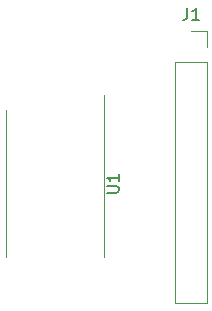
<source format=gto>
%TF.GenerationSoftware,KiCad,Pcbnew,7.0.8*%
%TF.CreationDate,2023-11-29T12:22:39+00:00*%
%TF.ProjectId,ZX Interface 1 ROM 39SF010,5a582049-6e74-4657-9266-616365203120,rev?*%
%TF.SameCoordinates,Original*%
%TF.FileFunction,Legend,Top*%
%TF.FilePolarity,Positive*%
%FSLAX46Y46*%
G04 Gerber Fmt 4.6, Leading zero omitted, Abs format (unit mm)*
G04 Created by KiCad (PCBNEW 7.0.8) date 2023-11-29 12:22:39*
%MOMM*%
%LPD*%
G01*
G04 APERTURE LIST*
%ADD10C,0.150000*%
%ADD11C,0.120000*%
G04 APERTURE END LIST*
D10*
X163029819Y-119736904D02*
X163839342Y-119736904D01*
X163839342Y-119736904D02*
X163934580Y-119689285D01*
X163934580Y-119689285D02*
X163982200Y-119641666D01*
X163982200Y-119641666D02*
X164029819Y-119546428D01*
X164029819Y-119546428D02*
X164029819Y-119355952D01*
X164029819Y-119355952D02*
X163982200Y-119260714D01*
X163982200Y-119260714D02*
X163934580Y-119213095D01*
X163934580Y-119213095D02*
X163839342Y-119165476D01*
X163839342Y-119165476D02*
X163029819Y-119165476D01*
X164029819Y-118165476D02*
X164029819Y-118736904D01*
X164029819Y-118451190D02*
X163029819Y-118451190D01*
X163029819Y-118451190D02*
X163172676Y-118546428D01*
X163172676Y-118546428D02*
X163267914Y-118641666D01*
X163267914Y-118641666D02*
X163315533Y-118736904D01*
X169827666Y-104098219D02*
X169827666Y-104812504D01*
X169827666Y-104812504D02*
X169780047Y-104955361D01*
X169780047Y-104955361D02*
X169684809Y-105050600D01*
X169684809Y-105050600D02*
X169541952Y-105098219D01*
X169541952Y-105098219D02*
X169446714Y-105098219D01*
X170827666Y-105098219D02*
X170256238Y-105098219D01*
X170541952Y-105098219D02*
X170541952Y-104098219D01*
X170541952Y-104098219D02*
X170446714Y-104241076D01*
X170446714Y-104241076D02*
X170351476Y-104336314D01*
X170351476Y-104336314D02*
X170256238Y-104383933D01*
D11*
%TO.C,U1*%
X162785000Y-118975000D02*
X162785000Y-111500000D01*
X162785000Y-118975000D02*
X162785000Y-125175000D01*
X154465000Y-118975000D02*
X154465000Y-112775000D01*
X154465000Y-118975000D02*
X154465000Y-125175000D01*
%TO.C,J1*%
X168831000Y-108683400D02*
X168831000Y-129063400D01*
X168831000Y-108683400D02*
X171491000Y-108683400D01*
X168831000Y-129063400D02*
X171491000Y-129063400D01*
X170161000Y-106083400D02*
X171491000Y-106083400D01*
X171491000Y-106083400D02*
X171491000Y-107413400D01*
X171491000Y-108683400D02*
X171491000Y-129063400D01*
%TD*%
M02*

</source>
